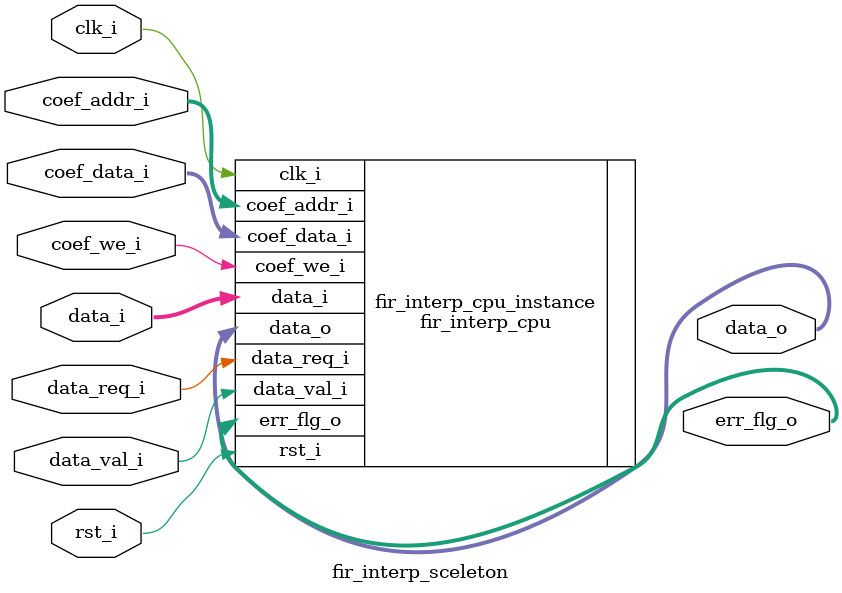
<source format=sv>
`timescale 1 ns / 1 ns

module fir_interp_sceleton
#(
  parameter FILTER_ORDER      = 256,
  parameter INTERPOLATION     = 32, 
  parameter COEF_FILE         = "fir_coef.mif", // FIR coefficient filename
  parameter DATA_WIDTH        = 16,
  parameter COEF_WIDTH        = 16,
  parameter USE_COEF_WRITE    = 0,
  parameter OUT_WIDTH         = 16,
  parameter PROCESSING_TYPE   = "LIMIT",
  parameter COEF_AWIDTH       = $clog2(FILTER_ORDER)
)
(
  input                             clk_i,
  input                             rst_i,
  
  input signed [DATA_WIDTH - 1:0]   data_i,     // Input data
  input                             data_val_i, // Input data valid flag
  input                             data_req_i, // Requesting interpolated data
  
  // Coefficients write signal
  input                             coef_we_i,  
  input [COEF_AWIDTH - 1:0]         coef_addr_i,
  input [COEF_WIDTH - 1:0]          coef_data_i,
  
  output signed [OUT_WIDTH - 1:0]   data_o,
  output [4:0]                      err_flg_o
);

initial begin
  if ( COEF_AWIDTH != $clog2(FILTER_ORDER))
    $error("COEF_AWIDTH cannot be overwritten");
end

// Computation unit
fir_interp_cpu #(
  .FILTER_ORDER     (FILTER_ORDER),
  .INTERPOLATION    (INTERPOLATION),
  .COEF_FILE        (COEF_FILE),
  .DATA_WIDTH       (DATA_WIDTH),
  .COEF_WIDTH       (COEF_WIDTH),
  .COEF_AWIDTH      (COEF_AWIDTH),
  .OUT_WIDTH        (OUT_WIDTH),
  .PROCESSING_TYPE  (PROCESSING_TYPE)
) fir_interp_cpu_instance (
  .clk_i            (clk_i),
  .rst_i            (rst_i),
  .data_i           (data_i),
  .data_val_i       (data_val_i),
  .data_req_i       (data_req_i),
  .coef_we_i        (coef_we_i),
  .coef_addr_i      (coef_addr_i),
  .coef_data_i      (coef_data_i),
  .data_o           (data_o),
  .err_flg_o        (err_flg_o)
);

endmodule // fir_ram_4mult

</source>
